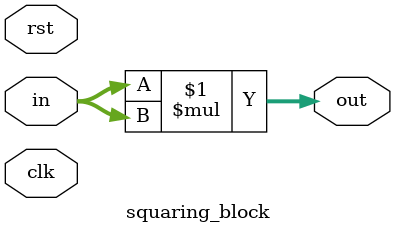
<source format=sv>
module squaring_block (
    input  logic        clk,   // Clock signal
    input  logic        rst,   // Reset signal
    input  logic signed [31:0] in,  // Input value
    output logic signed [63:0] out  // Squared output value
);
    assign out = in * in;
endmodule

</source>
